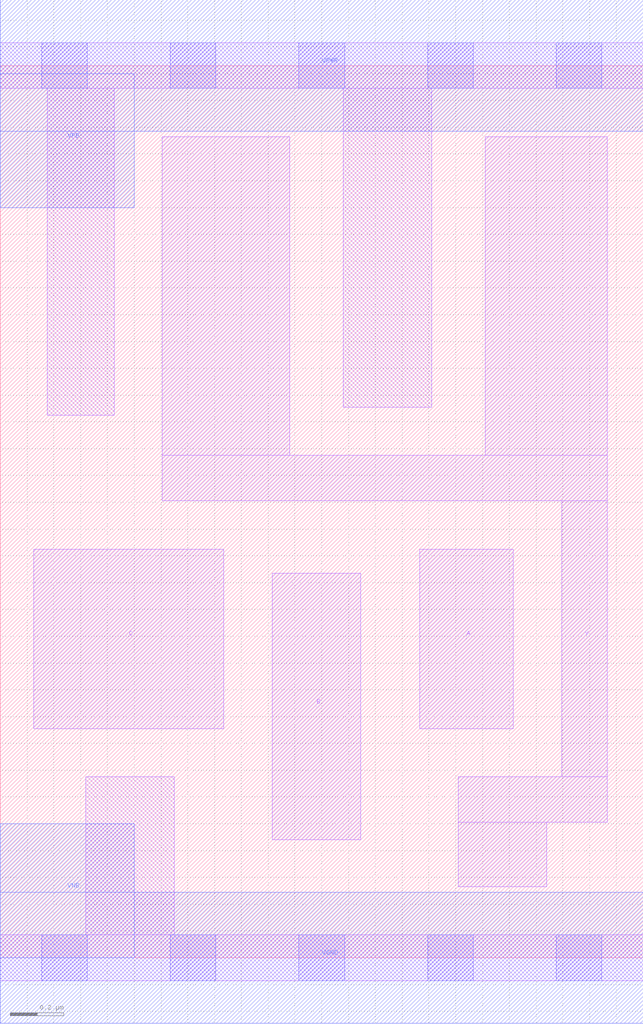
<source format=lef>
# Copyright 2020 The SkyWater PDK Authors
#
# Licensed under the Apache License, Version 2.0 (the "License");
# you may not use this file except in compliance with the License.
# You may obtain a copy of the License at
#
#     https://www.apache.org/licenses/LICENSE-2.0
#
# Unless required by applicable law or agreed to in writing, software
# distributed under the License is distributed on an "AS IS" BASIS,
# WITHOUT WARRANTIES OR CONDITIONS OF ANY KIND, either express or implied.
# See the License for the specific language governing permissions and
# limitations under the License.
#
# SPDX-License-Identifier: Apache-2.0

VERSION 5.5 ;
NAMESCASESENSITIVE ON ;
BUSBITCHARS "[]" ;
DIVIDERCHAR "/" ;
MACRO sky130_fd_sc_lp__nand3_lp
  CLASS CORE ;
  SOURCE USER ;
  ORIGIN  0.000000  0.000000 ;
  SIZE  2.400000 BY  3.330000 ;
  SYMMETRY X Y R90 ;
  SITE unit ;
  PIN A
    ANTENNAGATEAREA  0.313000 ;
    DIRECTION INPUT ;
    USE SIGNAL ;
    PORT
      LAYER li1 ;
        RECT 1.565000 0.855000 1.915000 1.525000 ;
    END
  END A
  PIN B
    ANTENNAGATEAREA  0.313000 ;
    DIRECTION INPUT ;
    USE SIGNAL ;
    PORT
      LAYER li1 ;
        RECT 1.015000 0.440000 1.345000 1.435000 ;
    END
  END B
  PIN C
    ANTENNAGATEAREA  0.313000 ;
    DIRECTION INPUT ;
    USE SIGNAL ;
    PORT
      LAYER li1 ;
        RECT 0.125000 0.855000 0.835000 1.525000 ;
    END
  END C
  PIN Y
    ANTENNADIFFAREA  0.684700 ;
    DIRECTION OUTPUT ;
    USE SIGNAL ;
    PORT
      LAYER li1 ;
        RECT 0.605000 1.705000 2.265000 1.875000 ;
        RECT 0.605000 1.875000 1.080000 3.065000 ;
        RECT 1.710000 0.265000 2.040000 0.505000 ;
        RECT 1.710000 0.505000 2.265000 0.675000 ;
        RECT 1.810000 1.875000 2.265000 3.065000 ;
        RECT 2.095000 0.675000 2.265000 1.705000 ;
    END
  END Y
  PIN VGND
    DIRECTION INOUT ;
    USE GROUND ;
    PORT
      LAYER met1 ;
        RECT 0.000000 -0.245000 2.400000 0.245000 ;
    END
  END VGND
  PIN VNB
    DIRECTION INOUT ;
    USE GROUND ;
    PORT
    END
  END VNB
  PIN VPB
    DIRECTION INOUT ;
    USE POWER ;
    PORT
    END
  END VPB
  PIN VNB
    DIRECTION INOUT ;
    USE GROUND ;
    PORT
      LAYER met1 ;
        RECT 0.000000 0.000000 0.500000 0.500000 ;
    END
  END VNB
  PIN VPB
    DIRECTION INOUT ;
    USE POWER ;
    PORT
      LAYER met1 ;
        RECT 0.000000 2.800000 0.500000 3.300000 ;
    END
  END VPB
  PIN VPWR
    DIRECTION INOUT ;
    USE POWER ;
    PORT
      LAYER met1 ;
        RECT 0.000000 3.085000 2.400000 3.575000 ;
    END
  END VPWR
  OBS
    LAYER li1 ;
      RECT 0.000000 -0.085000 2.400000 0.085000 ;
      RECT 0.000000  3.245000 2.400000 3.415000 ;
      RECT 0.175000  2.025000 0.425000 3.245000 ;
      RECT 0.320000  0.085000 0.650000 0.675000 ;
      RECT 1.280000  2.055000 1.610000 3.245000 ;
    LAYER mcon ;
      RECT 0.155000 -0.085000 0.325000 0.085000 ;
      RECT 0.155000  3.245000 0.325000 3.415000 ;
      RECT 0.635000 -0.085000 0.805000 0.085000 ;
      RECT 0.635000  3.245000 0.805000 3.415000 ;
      RECT 1.115000 -0.085000 1.285000 0.085000 ;
      RECT 1.115000  3.245000 1.285000 3.415000 ;
      RECT 1.595000 -0.085000 1.765000 0.085000 ;
      RECT 1.595000  3.245000 1.765000 3.415000 ;
      RECT 2.075000 -0.085000 2.245000 0.085000 ;
      RECT 2.075000  3.245000 2.245000 3.415000 ;
  END
END sky130_fd_sc_lp__nand3_lp
END LIBRARY

</source>
